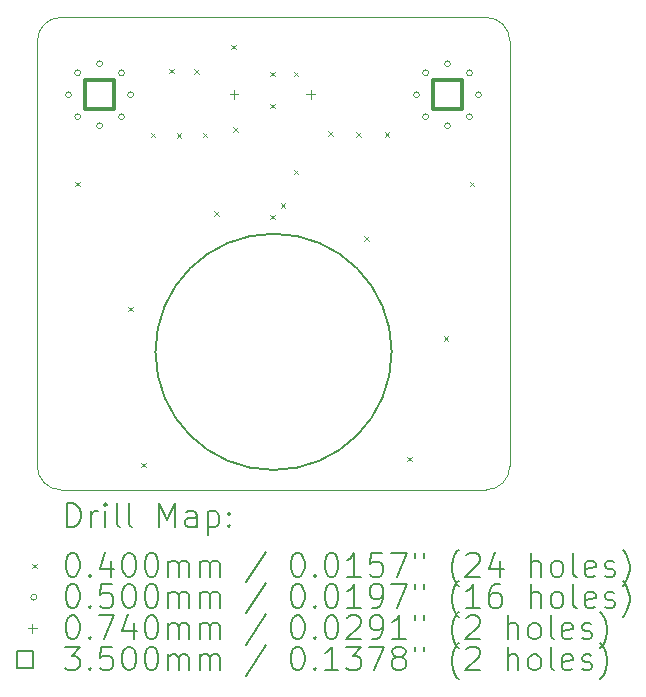
<source format=gbr>
%FSLAX45Y45*%
G04 Gerber Fmt 4.5, Leading zero omitted, Abs format (unit mm)*
G04 Created by KiCad (PCBNEW (6.0.2)) date 2022-09-07 09:28:02*
%MOMM*%
%LPD*%
G01*
G04 APERTURE LIST*
%TA.AperFunction,Profile*%
%ADD10C,0.100000*%
%TD*%
%TA.AperFunction,Profile*%
%ADD11C,0.200000*%
%TD*%
%ADD12C,0.200000*%
%ADD13C,0.040000*%
%ADD14C,0.050000*%
%ADD15C,0.074000*%
%ADD16C,0.350000*%
G04 APERTURE END LIST*
D10*
X-2000000Y4975000D02*
X-2000000Y1375000D01*
D11*
X1000000Y2343017D02*
G75*
G03*
X1000000Y2343017I-1000000J0D01*
G01*
D10*
X-1800000Y5175000D02*
G75*
G03*
X-2000000Y4975000I0J-200000D01*
G01*
X1800000Y1175000D02*
G75*
G03*
X2000000Y1375000I0J200000D01*
G01*
X-2000000Y1375000D02*
G75*
G03*
X-1800000Y1175000I200000J0D01*
G01*
X-1800000Y1175000D02*
X1800000Y1175000D01*
X2000000Y1375000D02*
X2000000Y4975000D01*
X1800000Y5175000D02*
X-1800000Y5175000D01*
X2000000Y4975000D02*
G75*
G03*
X1800000Y5175000I-200000J0D01*
G01*
D12*
D13*
X-1680000Y3785000D02*
X-1640000Y3745000D01*
X-1640000Y3785000D02*
X-1680000Y3745000D01*
X-1230000Y2725000D02*
X-1190000Y2685000D01*
X-1190000Y2725000D02*
X-1230000Y2685000D01*
X-1120000Y1405000D02*
X-1080000Y1365000D01*
X-1080000Y1405000D02*
X-1120000Y1365000D01*
X-1040000Y4200000D02*
X-1000000Y4160000D01*
X-1000000Y4200000D02*
X-1040000Y4160000D01*
X-882500Y4740000D02*
X-842500Y4700000D01*
X-842500Y4740000D02*
X-882500Y4700000D01*
X-820000Y4193750D02*
X-780000Y4153750D01*
X-780000Y4193750D02*
X-820000Y4153750D01*
X-672500Y4733750D02*
X-632500Y4693750D01*
X-632500Y4733750D02*
X-672500Y4693750D01*
X-600000Y4200000D02*
X-560000Y4160000D01*
X-560000Y4200000D02*
X-600000Y4160000D01*
X-500000Y3535000D02*
X-460000Y3495000D01*
X-460000Y3535000D02*
X-500000Y3495000D01*
X-360000Y4945000D02*
X-320000Y4905000D01*
X-320000Y4945000D02*
X-360000Y4905000D01*
X-340000Y4245000D02*
X-300000Y4205000D01*
X-300000Y4245000D02*
X-340000Y4205000D01*
X-30000Y4715000D02*
X10000Y4675000D01*
X10000Y4715000D02*
X-30000Y4675000D01*
X-30000Y4445000D02*
X10000Y4405000D01*
X10000Y4445000D02*
X-30000Y4405000D01*
X-30000Y3505000D02*
X10000Y3465000D01*
X10000Y3505000D02*
X-30000Y3465000D01*
X60000Y3605000D02*
X100000Y3565000D01*
X100000Y3605000D02*
X60000Y3565000D01*
X170000Y4715000D02*
X210000Y4675000D01*
X210000Y4715000D02*
X170000Y4675000D01*
X170000Y3885000D02*
X210000Y3845000D01*
X210000Y3885000D02*
X170000Y3845000D01*
X460000Y4211250D02*
X500000Y4171250D01*
X500000Y4211250D02*
X460000Y4171250D01*
X700000Y4205000D02*
X740000Y4165000D01*
X740000Y4205000D02*
X700000Y4165000D01*
X770000Y3325000D02*
X810000Y3285000D01*
X810000Y3325000D02*
X770000Y3285000D01*
X940000Y4205000D02*
X980000Y4165000D01*
X980000Y4205000D02*
X940000Y4165000D01*
X1130000Y1455000D02*
X1170000Y1415000D01*
X1170000Y1455000D02*
X1130000Y1415000D01*
X1440000Y2475000D02*
X1480000Y2435000D01*
X1480000Y2475000D02*
X1440000Y2435000D01*
X1660000Y3785000D02*
X1700000Y3745000D01*
X1700000Y3785000D02*
X1660000Y3745000D01*
D14*
X-1710500Y4520000D02*
G75*
G03*
X-1710500Y4520000I-25000J0D01*
G01*
X-1633615Y4705616D02*
G75*
G03*
X-1633615Y4705616I-25000J0D01*
G01*
X-1633615Y4334385D02*
G75*
G03*
X-1633615Y4334385I-25000J0D01*
G01*
X-1448000Y4782500D02*
G75*
G03*
X-1448000Y4782500I-25000J0D01*
G01*
X-1448000Y4257500D02*
G75*
G03*
X-1448000Y4257500I-25000J0D01*
G01*
X-1262385Y4705616D02*
G75*
G03*
X-1262385Y4705616I-25000J0D01*
G01*
X-1262385Y4334385D02*
G75*
G03*
X-1262385Y4334385I-25000J0D01*
G01*
X-1185500Y4520000D02*
G75*
G03*
X-1185500Y4520000I-25000J0D01*
G01*
X1235500Y4520000D02*
G75*
G03*
X1235500Y4520000I-25000J0D01*
G01*
X1312385Y4705616D02*
G75*
G03*
X1312385Y4705616I-25000J0D01*
G01*
X1312385Y4334385D02*
G75*
G03*
X1312385Y4334385I-25000J0D01*
G01*
X1498000Y4782500D02*
G75*
G03*
X1498000Y4782500I-25000J0D01*
G01*
X1498000Y4257500D02*
G75*
G03*
X1498000Y4257500I-25000J0D01*
G01*
X1683615Y4705616D02*
G75*
G03*
X1683615Y4705616I-25000J0D01*
G01*
X1683615Y4334385D02*
G75*
G03*
X1683615Y4334385I-25000J0D01*
G01*
X1760500Y4520000D02*
G75*
G03*
X1760500Y4520000I-25000J0D01*
G01*
D15*
X-335000Y4562000D02*
X-335000Y4488000D01*
X-372000Y4525000D02*
X-298000Y4525000D01*
X315000Y4562000D02*
X315000Y4488000D01*
X278000Y4525000D02*
X352000Y4525000D01*
D16*
X-1349255Y4396255D02*
X-1349255Y4643745D01*
X-1596745Y4643745D01*
X-1596745Y4396255D01*
X-1349255Y4396255D01*
X1596745Y4396255D02*
X1596745Y4643745D01*
X1349255Y4643745D01*
X1349255Y4396255D01*
X1596745Y4396255D01*
D12*
X-1747381Y859524D02*
X-1747381Y1059524D01*
X-1699762Y1059524D01*
X-1671190Y1050000D01*
X-1652143Y1030952D01*
X-1642619Y1011905D01*
X-1633095Y973810D01*
X-1633095Y945238D01*
X-1642619Y907143D01*
X-1652143Y888095D01*
X-1671190Y869048D01*
X-1699762Y859524D01*
X-1747381Y859524D01*
X-1547381Y859524D02*
X-1547381Y992857D01*
X-1547381Y954762D02*
X-1537857Y973810D01*
X-1528333Y983333D01*
X-1509286Y992857D01*
X-1490238Y992857D01*
X-1423571Y859524D02*
X-1423571Y992857D01*
X-1423571Y1059524D02*
X-1433095Y1050000D01*
X-1423571Y1040476D01*
X-1414048Y1050000D01*
X-1423571Y1059524D01*
X-1423571Y1040476D01*
X-1299762Y859524D02*
X-1318810Y869048D01*
X-1328333Y888095D01*
X-1328333Y1059524D01*
X-1195000Y859524D02*
X-1214048Y869048D01*
X-1223572Y888095D01*
X-1223572Y1059524D01*
X-966429Y859524D02*
X-966429Y1059524D01*
X-899762Y916667D01*
X-833095Y1059524D01*
X-833095Y859524D01*
X-652143Y859524D02*
X-652143Y964286D01*
X-661667Y983333D01*
X-680714Y992857D01*
X-718810Y992857D01*
X-737857Y983333D01*
X-652143Y869048D02*
X-671191Y859524D01*
X-718810Y859524D01*
X-737857Y869048D01*
X-747381Y888095D01*
X-747381Y907143D01*
X-737857Y926190D01*
X-718810Y935714D01*
X-671191Y935714D01*
X-652143Y945238D01*
X-556905Y992857D02*
X-556905Y792857D01*
X-556905Y983333D02*
X-537857Y992857D01*
X-499762Y992857D01*
X-480714Y983333D01*
X-471190Y973810D01*
X-461667Y954762D01*
X-461667Y897619D01*
X-471190Y878571D01*
X-480714Y869048D01*
X-499762Y859524D01*
X-537857Y859524D01*
X-556905Y869048D01*
X-375952Y878571D02*
X-366429Y869048D01*
X-375952Y859524D01*
X-385476Y869048D01*
X-375952Y878571D01*
X-375952Y859524D01*
X-375952Y983333D02*
X-366429Y973810D01*
X-375952Y964286D01*
X-385476Y973810D01*
X-375952Y983333D01*
X-375952Y964286D01*
D13*
X-2045000Y550000D02*
X-2005000Y510000D01*
X-2005000Y550000D02*
X-2045000Y510000D01*
D12*
X-1709286Y639524D02*
X-1690238Y639524D01*
X-1671190Y630000D01*
X-1661667Y620476D01*
X-1652143Y601429D01*
X-1642619Y563333D01*
X-1642619Y515714D01*
X-1652143Y477619D01*
X-1661667Y458571D01*
X-1671190Y449048D01*
X-1690238Y439524D01*
X-1709286Y439524D01*
X-1728333Y449048D01*
X-1737857Y458571D01*
X-1747381Y477619D01*
X-1756905Y515714D01*
X-1756905Y563333D01*
X-1747381Y601429D01*
X-1737857Y620476D01*
X-1728333Y630000D01*
X-1709286Y639524D01*
X-1556905Y458571D02*
X-1547381Y449048D01*
X-1556905Y439524D01*
X-1566429Y449048D01*
X-1556905Y458571D01*
X-1556905Y439524D01*
X-1375952Y572857D02*
X-1375952Y439524D01*
X-1423571Y649048D02*
X-1471190Y506190D01*
X-1347381Y506190D01*
X-1233095Y639524D02*
X-1214048Y639524D01*
X-1195000Y630000D01*
X-1185476Y620476D01*
X-1175952Y601429D01*
X-1166429Y563333D01*
X-1166429Y515714D01*
X-1175952Y477619D01*
X-1185476Y458571D01*
X-1195000Y449048D01*
X-1214048Y439524D01*
X-1233095Y439524D01*
X-1252143Y449048D01*
X-1261667Y458571D01*
X-1271191Y477619D01*
X-1280714Y515714D01*
X-1280714Y563333D01*
X-1271191Y601429D01*
X-1261667Y620476D01*
X-1252143Y630000D01*
X-1233095Y639524D01*
X-1042619Y639524D02*
X-1023571Y639524D01*
X-1004524Y630000D01*
X-995000Y620476D01*
X-985476Y601429D01*
X-975952Y563333D01*
X-975952Y515714D01*
X-985476Y477619D01*
X-995000Y458571D01*
X-1004524Y449048D01*
X-1023571Y439524D01*
X-1042619Y439524D01*
X-1061667Y449048D01*
X-1071191Y458571D01*
X-1080714Y477619D01*
X-1090238Y515714D01*
X-1090238Y563333D01*
X-1080714Y601429D01*
X-1071191Y620476D01*
X-1061667Y630000D01*
X-1042619Y639524D01*
X-890238Y439524D02*
X-890238Y572857D01*
X-890238Y553810D02*
X-880714Y563333D01*
X-861667Y572857D01*
X-833095Y572857D01*
X-814048Y563333D01*
X-804524Y544286D01*
X-804524Y439524D01*
X-804524Y544286D02*
X-795000Y563333D01*
X-775952Y572857D01*
X-747381Y572857D01*
X-728333Y563333D01*
X-718810Y544286D01*
X-718810Y439524D01*
X-623572Y439524D02*
X-623572Y572857D01*
X-623572Y553810D02*
X-614048Y563333D01*
X-595000Y572857D01*
X-566429Y572857D01*
X-547381Y563333D01*
X-537857Y544286D01*
X-537857Y439524D01*
X-537857Y544286D02*
X-528333Y563333D01*
X-509286Y572857D01*
X-480714Y572857D01*
X-461667Y563333D01*
X-452143Y544286D01*
X-452143Y439524D01*
X-61667Y649048D02*
X-233095Y391905D01*
X195476Y639524D02*
X214524Y639524D01*
X233571Y630000D01*
X243095Y620476D01*
X252619Y601429D01*
X262143Y563333D01*
X262143Y515714D01*
X252619Y477619D01*
X243095Y458571D01*
X233571Y449048D01*
X214524Y439524D01*
X195476Y439524D01*
X176428Y449048D01*
X166905Y458571D01*
X157381Y477619D01*
X147857Y515714D01*
X147857Y563333D01*
X157381Y601429D01*
X166905Y620476D01*
X176428Y630000D01*
X195476Y639524D01*
X347857Y458571D02*
X357381Y449048D01*
X347857Y439524D01*
X338333Y449048D01*
X347857Y458571D01*
X347857Y439524D01*
X481190Y639524D02*
X500238Y639524D01*
X519286Y630000D01*
X528810Y620476D01*
X538333Y601429D01*
X547857Y563333D01*
X547857Y515714D01*
X538333Y477619D01*
X528810Y458571D01*
X519286Y449048D01*
X500238Y439524D01*
X481190Y439524D01*
X462143Y449048D01*
X452619Y458571D01*
X443095Y477619D01*
X433571Y515714D01*
X433571Y563333D01*
X443095Y601429D01*
X452619Y620476D01*
X462143Y630000D01*
X481190Y639524D01*
X738333Y439524D02*
X624048Y439524D01*
X681190Y439524D02*
X681190Y639524D01*
X662143Y610952D01*
X643095Y591905D01*
X624048Y582381D01*
X919286Y639524D02*
X824048Y639524D01*
X814524Y544286D01*
X824048Y553810D01*
X843095Y563333D01*
X890714Y563333D01*
X909762Y553810D01*
X919286Y544286D01*
X928809Y525238D01*
X928809Y477619D01*
X919286Y458571D01*
X909762Y449048D01*
X890714Y439524D01*
X843095Y439524D01*
X824048Y449048D01*
X814524Y458571D01*
X995476Y639524D02*
X1128810Y639524D01*
X1043095Y439524D01*
X1195476Y639524D02*
X1195476Y601429D01*
X1271667Y639524D02*
X1271667Y601429D01*
X1566905Y363333D02*
X1557381Y372857D01*
X1538333Y401429D01*
X1528809Y420476D01*
X1519286Y449048D01*
X1509762Y496667D01*
X1509762Y534762D01*
X1519286Y582381D01*
X1528809Y610952D01*
X1538333Y630000D01*
X1557381Y658572D01*
X1566905Y668095D01*
X1633571Y620476D02*
X1643095Y630000D01*
X1662143Y639524D01*
X1709762Y639524D01*
X1728809Y630000D01*
X1738333Y620476D01*
X1747857Y601429D01*
X1747857Y582381D01*
X1738333Y553810D01*
X1624048Y439524D01*
X1747857Y439524D01*
X1919286Y572857D02*
X1919286Y439524D01*
X1871667Y649048D02*
X1824048Y506190D01*
X1947857Y506190D01*
X2176429Y439524D02*
X2176429Y639524D01*
X2262143Y439524D02*
X2262143Y544286D01*
X2252619Y563333D01*
X2233571Y572857D01*
X2205000Y572857D01*
X2185952Y563333D01*
X2176429Y553810D01*
X2385952Y439524D02*
X2366905Y449048D01*
X2357381Y458571D01*
X2347857Y477619D01*
X2347857Y534762D01*
X2357381Y553810D01*
X2366905Y563333D01*
X2385952Y572857D01*
X2414524Y572857D01*
X2433571Y563333D01*
X2443095Y553810D01*
X2452619Y534762D01*
X2452619Y477619D01*
X2443095Y458571D01*
X2433571Y449048D01*
X2414524Y439524D01*
X2385952Y439524D01*
X2566905Y439524D02*
X2547857Y449048D01*
X2538333Y468095D01*
X2538333Y639524D01*
X2719286Y449048D02*
X2700238Y439524D01*
X2662143Y439524D01*
X2643095Y449048D01*
X2633571Y468095D01*
X2633571Y544286D01*
X2643095Y563333D01*
X2662143Y572857D01*
X2700238Y572857D01*
X2719286Y563333D01*
X2728810Y544286D01*
X2728810Y525238D01*
X2633571Y506190D01*
X2805000Y449048D02*
X2824048Y439524D01*
X2862143Y439524D01*
X2881190Y449048D01*
X2890714Y468095D01*
X2890714Y477619D01*
X2881190Y496667D01*
X2862143Y506190D01*
X2833571Y506190D01*
X2814524Y515714D01*
X2805000Y534762D01*
X2805000Y544286D01*
X2814524Y563333D01*
X2833571Y572857D01*
X2862143Y572857D01*
X2881190Y563333D01*
X2957381Y363333D02*
X2966905Y372857D01*
X2985952Y401429D01*
X2995476Y420476D01*
X3005000Y449048D01*
X3014524Y496667D01*
X3014524Y534762D01*
X3005000Y582381D01*
X2995476Y610952D01*
X2985952Y630000D01*
X2966905Y658572D01*
X2957381Y668095D01*
D14*
X-2005000Y266000D02*
G75*
G03*
X-2005000Y266000I-25000J0D01*
G01*
D12*
X-1709286Y375524D02*
X-1690238Y375524D01*
X-1671190Y366000D01*
X-1661667Y356476D01*
X-1652143Y337429D01*
X-1642619Y299333D01*
X-1642619Y251714D01*
X-1652143Y213619D01*
X-1661667Y194571D01*
X-1671190Y185048D01*
X-1690238Y175524D01*
X-1709286Y175524D01*
X-1728333Y185048D01*
X-1737857Y194571D01*
X-1747381Y213619D01*
X-1756905Y251714D01*
X-1756905Y299333D01*
X-1747381Y337429D01*
X-1737857Y356476D01*
X-1728333Y366000D01*
X-1709286Y375524D01*
X-1556905Y194571D02*
X-1547381Y185048D01*
X-1556905Y175524D01*
X-1566429Y185048D01*
X-1556905Y194571D01*
X-1556905Y175524D01*
X-1366429Y375524D02*
X-1461667Y375524D01*
X-1471190Y280286D01*
X-1461667Y289810D01*
X-1442619Y299333D01*
X-1395000Y299333D01*
X-1375952Y289810D01*
X-1366429Y280286D01*
X-1356905Y261238D01*
X-1356905Y213619D01*
X-1366429Y194571D01*
X-1375952Y185048D01*
X-1395000Y175524D01*
X-1442619Y175524D01*
X-1461667Y185048D01*
X-1471190Y194571D01*
X-1233095Y375524D02*
X-1214048Y375524D01*
X-1195000Y366000D01*
X-1185476Y356476D01*
X-1175952Y337429D01*
X-1166429Y299333D01*
X-1166429Y251714D01*
X-1175952Y213619D01*
X-1185476Y194571D01*
X-1195000Y185048D01*
X-1214048Y175524D01*
X-1233095Y175524D01*
X-1252143Y185048D01*
X-1261667Y194571D01*
X-1271191Y213619D01*
X-1280714Y251714D01*
X-1280714Y299333D01*
X-1271191Y337429D01*
X-1261667Y356476D01*
X-1252143Y366000D01*
X-1233095Y375524D01*
X-1042619Y375524D02*
X-1023571Y375524D01*
X-1004524Y366000D01*
X-995000Y356476D01*
X-985476Y337429D01*
X-975952Y299333D01*
X-975952Y251714D01*
X-985476Y213619D01*
X-995000Y194571D01*
X-1004524Y185048D01*
X-1023571Y175524D01*
X-1042619Y175524D01*
X-1061667Y185048D01*
X-1071191Y194571D01*
X-1080714Y213619D01*
X-1090238Y251714D01*
X-1090238Y299333D01*
X-1080714Y337429D01*
X-1071191Y356476D01*
X-1061667Y366000D01*
X-1042619Y375524D01*
X-890238Y175524D02*
X-890238Y308857D01*
X-890238Y289810D02*
X-880714Y299333D01*
X-861667Y308857D01*
X-833095Y308857D01*
X-814048Y299333D01*
X-804524Y280286D01*
X-804524Y175524D01*
X-804524Y280286D02*
X-795000Y299333D01*
X-775952Y308857D01*
X-747381Y308857D01*
X-728333Y299333D01*
X-718810Y280286D01*
X-718810Y175524D01*
X-623572Y175524D02*
X-623572Y308857D01*
X-623572Y289810D02*
X-614048Y299333D01*
X-595000Y308857D01*
X-566429Y308857D01*
X-547381Y299333D01*
X-537857Y280286D01*
X-537857Y175524D01*
X-537857Y280286D02*
X-528333Y299333D01*
X-509286Y308857D01*
X-480714Y308857D01*
X-461667Y299333D01*
X-452143Y280286D01*
X-452143Y175524D01*
X-61667Y385048D02*
X-233095Y127905D01*
X195476Y375524D02*
X214524Y375524D01*
X233571Y366000D01*
X243095Y356476D01*
X252619Y337429D01*
X262143Y299333D01*
X262143Y251714D01*
X252619Y213619D01*
X243095Y194571D01*
X233571Y185048D01*
X214524Y175524D01*
X195476Y175524D01*
X176428Y185048D01*
X166905Y194571D01*
X157381Y213619D01*
X147857Y251714D01*
X147857Y299333D01*
X157381Y337429D01*
X166905Y356476D01*
X176428Y366000D01*
X195476Y375524D01*
X347857Y194571D02*
X357381Y185048D01*
X347857Y175524D01*
X338333Y185048D01*
X347857Y194571D01*
X347857Y175524D01*
X481190Y375524D02*
X500238Y375524D01*
X519286Y366000D01*
X528810Y356476D01*
X538333Y337429D01*
X547857Y299333D01*
X547857Y251714D01*
X538333Y213619D01*
X528810Y194571D01*
X519286Y185048D01*
X500238Y175524D01*
X481190Y175524D01*
X462143Y185048D01*
X452619Y194571D01*
X443095Y213619D01*
X433571Y251714D01*
X433571Y299333D01*
X443095Y337429D01*
X452619Y356476D01*
X462143Y366000D01*
X481190Y375524D01*
X738333Y175524D02*
X624048Y175524D01*
X681190Y175524D02*
X681190Y375524D01*
X662143Y346952D01*
X643095Y327905D01*
X624048Y318381D01*
X833571Y175524D02*
X871667Y175524D01*
X890714Y185048D01*
X900238Y194571D01*
X919286Y223143D01*
X928809Y261238D01*
X928809Y337429D01*
X919286Y356476D01*
X909762Y366000D01*
X890714Y375524D01*
X852619Y375524D01*
X833571Y366000D01*
X824048Y356476D01*
X814524Y337429D01*
X814524Y289810D01*
X824048Y270762D01*
X833571Y261238D01*
X852619Y251714D01*
X890714Y251714D01*
X909762Y261238D01*
X919286Y270762D01*
X928809Y289810D01*
X995476Y375524D02*
X1128810Y375524D01*
X1043095Y175524D01*
X1195476Y375524D02*
X1195476Y337429D01*
X1271667Y375524D02*
X1271667Y337429D01*
X1566905Y99333D02*
X1557381Y108857D01*
X1538333Y137429D01*
X1528809Y156476D01*
X1519286Y185048D01*
X1509762Y232667D01*
X1509762Y270762D01*
X1519286Y318381D01*
X1528809Y346952D01*
X1538333Y366000D01*
X1557381Y394571D01*
X1566905Y404095D01*
X1747857Y175524D02*
X1633571Y175524D01*
X1690714Y175524D02*
X1690714Y375524D01*
X1671667Y346952D01*
X1652619Y327905D01*
X1633571Y318381D01*
X1919286Y375524D02*
X1881190Y375524D01*
X1862143Y366000D01*
X1852619Y356476D01*
X1833571Y327905D01*
X1824048Y289810D01*
X1824048Y213619D01*
X1833571Y194571D01*
X1843095Y185048D01*
X1862143Y175524D01*
X1900238Y175524D01*
X1919286Y185048D01*
X1928809Y194571D01*
X1938333Y213619D01*
X1938333Y261238D01*
X1928809Y280286D01*
X1919286Y289810D01*
X1900238Y299333D01*
X1862143Y299333D01*
X1843095Y289810D01*
X1833571Y280286D01*
X1824048Y261238D01*
X2176429Y175524D02*
X2176429Y375524D01*
X2262143Y175524D02*
X2262143Y280286D01*
X2252619Y299333D01*
X2233571Y308857D01*
X2205000Y308857D01*
X2185952Y299333D01*
X2176429Y289810D01*
X2385952Y175524D02*
X2366905Y185048D01*
X2357381Y194571D01*
X2347857Y213619D01*
X2347857Y270762D01*
X2357381Y289810D01*
X2366905Y299333D01*
X2385952Y308857D01*
X2414524Y308857D01*
X2433571Y299333D01*
X2443095Y289810D01*
X2452619Y270762D01*
X2452619Y213619D01*
X2443095Y194571D01*
X2433571Y185048D01*
X2414524Y175524D01*
X2385952Y175524D01*
X2566905Y175524D02*
X2547857Y185048D01*
X2538333Y204095D01*
X2538333Y375524D01*
X2719286Y185048D02*
X2700238Y175524D01*
X2662143Y175524D01*
X2643095Y185048D01*
X2633571Y204095D01*
X2633571Y280286D01*
X2643095Y299333D01*
X2662143Y308857D01*
X2700238Y308857D01*
X2719286Y299333D01*
X2728810Y280286D01*
X2728810Y261238D01*
X2633571Y242190D01*
X2805000Y185048D02*
X2824048Y175524D01*
X2862143Y175524D01*
X2881190Y185048D01*
X2890714Y204095D01*
X2890714Y213619D01*
X2881190Y232667D01*
X2862143Y242190D01*
X2833571Y242190D01*
X2814524Y251714D01*
X2805000Y270762D01*
X2805000Y280286D01*
X2814524Y299333D01*
X2833571Y308857D01*
X2862143Y308857D01*
X2881190Y299333D01*
X2957381Y99333D02*
X2966905Y108857D01*
X2985952Y137429D01*
X2995476Y156476D01*
X3005000Y185048D01*
X3014524Y232667D01*
X3014524Y270762D01*
X3005000Y318381D01*
X2995476Y346952D01*
X2985952Y366000D01*
X2966905Y394571D01*
X2957381Y404095D01*
D15*
X-2042000Y39000D02*
X-2042000Y-35000D01*
X-2079000Y2000D02*
X-2005000Y2000D01*
D12*
X-1709286Y111524D02*
X-1690238Y111524D01*
X-1671190Y102000D01*
X-1661667Y92476D01*
X-1652143Y73429D01*
X-1642619Y35333D01*
X-1642619Y-12286D01*
X-1652143Y-50381D01*
X-1661667Y-69429D01*
X-1671190Y-78952D01*
X-1690238Y-88476D01*
X-1709286Y-88476D01*
X-1728333Y-78952D01*
X-1737857Y-69429D01*
X-1747381Y-50381D01*
X-1756905Y-12286D01*
X-1756905Y35333D01*
X-1747381Y73429D01*
X-1737857Y92476D01*
X-1728333Y102000D01*
X-1709286Y111524D01*
X-1556905Y-69429D02*
X-1547381Y-78952D01*
X-1556905Y-88476D01*
X-1566429Y-78952D01*
X-1556905Y-69429D01*
X-1556905Y-88476D01*
X-1480714Y111524D02*
X-1347381Y111524D01*
X-1433095Y-88476D01*
X-1185476Y44857D02*
X-1185476Y-88476D01*
X-1233095Y121048D02*
X-1280714Y-21810D01*
X-1156905Y-21810D01*
X-1042619Y111524D02*
X-1023571Y111524D01*
X-1004524Y102000D01*
X-995000Y92476D01*
X-985476Y73429D01*
X-975952Y35333D01*
X-975952Y-12286D01*
X-985476Y-50381D01*
X-995000Y-69429D01*
X-1004524Y-78952D01*
X-1023571Y-88476D01*
X-1042619Y-88476D01*
X-1061667Y-78952D01*
X-1071191Y-69429D01*
X-1080714Y-50381D01*
X-1090238Y-12286D01*
X-1090238Y35333D01*
X-1080714Y73429D01*
X-1071191Y92476D01*
X-1061667Y102000D01*
X-1042619Y111524D01*
X-890238Y-88476D02*
X-890238Y44857D01*
X-890238Y25810D02*
X-880714Y35333D01*
X-861667Y44857D01*
X-833095Y44857D01*
X-814048Y35333D01*
X-804524Y16286D01*
X-804524Y-88476D01*
X-804524Y16286D02*
X-795000Y35333D01*
X-775952Y44857D01*
X-747381Y44857D01*
X-728333Y35333D01*
X-718810Y16286D01*
X-718810Y-88476D01*
X-623572Y-88476D02*
X-623572Y44857D01*
X-623572Y25810D02*
X-614048Y35333D01*
X-595000Y44857D01*
X-566429Y44857D01*
X-547381Y35333D01*
X-537857Y16286D01*
X-537857Y-88476D01*
X-537857Y16286D02*
X-528333Y35333D01*
X-509286Y44857D01*
X-480714Y44857D01*
X-461667Y35333D01*
X-452143Y16286D01*
X-452143Y-88476D01*
X-61667Y121048D02*
X-233095Y-136095D01*
X195476Y111524D02*
X214524Y111524D01*
X233571Y102000D01*
X243095Y92476D01*
X252619Y73429D01*
X262143Y35333D01*
X262143Y-12286D01*
X252619Y-50381D01*
X243095Y-69429D01*
X233571Y-78952D01*
X214524Y-88476D01*
X195476Y-88476D01*
X176428Y-78952D01*
X166905Y-69429D01*
X157381Y-50381D01*
X147857Y-12286D01*
X147857Y35333D01*
X157381Y73429D01*
X166905Y92476D01*
X176428Y102000D01*
X195476Y111524D01*
X347857Y-69429D02*
X357381Y-78952D01*
X347857Y-88476D01*
X338333Y-78952D01*
X347857Y-69429D01*
X347857Y-88476D01*
X481190Y111524D02*
X500238Y111524D01*
X519286Y102000D01*
X528810Y92476D01*
X538333Y73429D01*
X547857Y35333D01*
X547857Y-12286D01*
X538333Y-50381D01*
X528810Y-69429D01*
X519286Y-78952D01*
X500238Y-88476D01*
X481190Y-88476D01*
X462143Y-78952D01*
X452619Y-69429D01*
X443095Y-50381D01*
X433571Y-12286D01*
X433571Y35333D01*
X443095Y73429D01*
X452619Y92476D01*
X462143Y102000D01*
X481190Y111524D01*
X624048Y92476D02*
X633571Y102000D01*
X652619Y111524D01*
X700238Y111524D01*
X719286Y102000D01*
X728809Y92476D01*
X738333Y73429D01*
X738333Y54381D01*
X728809Y25810D01*
X614524Y-88476D01*
X738333Y-88476D01*
X833571Y-88476D02*
X871667Y-88476D01*
X890714Y-78952D01*
X900238Y-69429D01*
X919286Y-40857D01*
X928809Y-2762D01*
X928809Y73429D01*
X919286Y92476D01*
X909762Y102000D01*
X890714Y111524D01*
X852619Y111524D01*
X833571Y102000D01*
X824048Y92476D01*
X814524Y73429D01*
X814524Y25810D01*
X824048Y6762D01*
X833571Y-2762D01*
X852619Y-12286D01*
X890714Y-12286D01*
X909762Y-2762D01*
X919286Y6762D01*
X928809Y25810D01*
X1119286Y-88476D02*
X1005000Y-88476D01*
X1062143Y-88476D02*
X1062143Y111524D01*
X1043095Y82952D01*
X1024048Y63905D01*
X1005000Y54381D01*
X1195476Y111524D02*
X1195476Y73429D01*
X1271667Y111524D02*
X1271667Y73429D01*
X1566905Y-164667D02*
X1557381Y-155143D01*
X1538333Y-126571D01*
X1528809Y-107524D01*
X1519286Y-78952D01*
X1509762Y-31333D01*
X1509762Y6762D01*
X1519286Y54381D01*
X1528809Y82952D01*
X1538333Y102000D01*
X1557381Y130571D01*
X1566905Y140095D01*
X1633571Y92476D02*
X1643095Y102000D01*
X1662143Y111524D01*
X1709762Y111524D01*
X1728809Y102000D01*
X1738333Y92476D01*
X1747857Y73429D01*
X1747857Y54381D01*
X1738333Y25810D01*
X1624048Y-88476D01*
X1747857Y-88476D01*
X1985952Y-88476D02*
X1985952Y111524D01*
X2071667Y-88476D02*
X2071667Y16286D01*
X2062143Y35333D01*
X2043095Y44857D01*
X2014524Y44857D01*
X1995476Y35333D01*
X1985952Y25810D01*
X2195476Y-88476D02*
X2176429Y-78952D01*
X2166905Y-69429D01*
X2157381Y-50381D01*
X2157381Y6762D01*
X2166905Y25810D01*
X2176429Y35333D01*
X2195476Y44857D01*
X2224048Y44857D01*
X2243095Y35333D01*
X2252619Y25810D01*
X2262143Y6762D01*
X2262143Y-50381D01*
X2252619Y-69429D01*
X2243095Y-78952D01*
X2224048Y-88476D01*
X2195476Y-88476D01*
X2376429Y-88476D02*
X2357381Y-78952D01*
X2347857Y-59905D01*
X2347857Y111524D01*
X2528810Y-78952D02*
X2509762Y-88476D01*
X2471667Y-88476D01*
X2452619Y-78952D01*
X2443095Y-59905D01*
X2443095Y16286D01*
X2452619Y35333D01*
X2471667Y44857D01*
X2509762Y44857D01*
X2528810Y35333D01*
X2538333Y16286D01*
X2538333Y-2762D01*
X2443095Y-21810D01*
X2614524Y-78952D02*
X2633571Y-88476D01*
X2671667Y-88476D01*
X2690714Y-78952D01*
X2700238Y-59905D01*
X2700238Y-50381D01*
X2690714Y-31333D01*
X2671667Y-21810D01*
X2643095Y-21810D01*
X2624048Y-12286D01*
X2614524Y6762D01*
X2614524Y16286D01*
X2624048Y35333D01*
X2643095Y44857D01*
X2671667Y44857D01*
X2690714Y35333D01*
X2766905Y-164667D02*
X2776429Y-155143D01*
X2795476Y-126571D01*
X2805000Y-107524D01*
X2814524Y-78952D01*
X2824048Y-31333D01*
X2824048Y6762D01*
X2814524Y54381D01*
X2805000Y82952D01*
X2795476Y102000D01*
X2776429Y130571D01*
X2766905Y140095D01*
X-2034289Y-332711D02*
X-2034289Y-191289D01*
X-2175711Y-191289D01*
X-2175711Y-332711D01*
X-2034289Y-332711D01*
X-1766429Y-152476D02*
X-1642619Y-152476D01*
X-1709286Y-228667D01*
X-1680714Y-228667D01*
X-1661667Y-238190D01*
X-1652143Y-247714D01*
X-1642619Y-266762D01*
X-1642619Y-314381D01*
X-1652143Y-333429D01*
X-1661667Y-342952D01*
X-1680714Y-352476D01*
X-1737857Y-352476D01*
X-1756905Y-342952D01*
X-1766429Y-333429D01*
X-1556905Y-333429D02*
X-1547381Y-342952D01*
X-1556905Y-352476D01*
X-1566429Y-342952D01*
X-1556905Y-333429D01*
X-1556905Y-352476D01*
X-1366429Y-152476D02*
X-1461667Y-152476D01*
X-1471190Y-247714D01*
X-1461667Y-238190D01*
X-1442619Y-228667D01*
X-1395000Y-228667D01*
X-1375952Y-238190D01*
X-1366429Y-247714D01*
X-1356905Y-266762D01*
X-1356905Y-314381D01*
X-1366429Y-333429D01*
X-1375952Y-342952D01*
X-1395000Y-352476D01*
X-1442619Y-352476D01*
X-1461667Y-342952D01*
X-1471190Y-333429D01*
X-1233095Y-152476D02*
X-1214048Y-152476D01*
X-1195000Y-162000D01*
X-1185476Y-171524D01*
X-1175952Y-190571D01*
X-1166429Y-228667D01*
X-1166429Y-276286D01*
X-1175952Y-314381D01*
X-1185476Y-333429D01*
X-1195000Y-342952D01*
X-1214048Y-352476D01*
X-1233095Y-352476D01*
X-1252143Y-342952D01*
X-1261667Y-333429D01*
X-1271191Y-314381D01*
X-1280714Y-276286D01*
X-1280714Y-228667D01*
X-1271191Y-190571D01*
X-1261667Y-171524D01*
X-1252143Y-162000D01*
X-1233095Y-152476D01*
X-1042619Y-152476D02*
X-1023571Y-152476D01*
X-1004524Y-162000D01*
X-995000Y-171524D01*
X-985476Y-190571D01*
X-975952Y-228667D01*
X-975952Y-276286D01*
X-985476Y-314381D01*
X-995000Y-333429D01*
X-1004524Y-342952D01*
X-1023571Y-352476D01*
X-1042619Y-352476D01*
X-1061667Y-342952D01*
X-1071191Y-333429D01*
X-1080714Y-314381D01*
X-1090238Y-276286D01*
X-1090238Y-228667D01*
X-1080714Y-190571D01*
X-1071191Y-171524D01*
X-1061667Y-162000D01*
X-1042619Y-152476D01*
X-890238Y-352476D02*
X-890238Y-219143D01*
X-890238Y-238190D02*
X-880714Y-228667D01*
X-861667Y-219143D01*
X-833095Y-219143D01*
X-814048Y-228667D01*
X-804524Y-247714D01*
X-804524Y-352476D01*
X-804524Y-247714D02*
X-795000Y-228667D01*
X-775952Y-219143D01*
X-747381Y-219143D01*
X-728333Y-228667D01*
X-718810Y-247714D01*
X-718810Y-352476D01*
X-623572Y-352476D02*
X-623572Y-219143D01*
X-623572Y-238190D02*
X-614048Y-228667D01*
X-595000Y-219143D01*
X-566429Y-219143D01*
X-547381Y-228667D01*
X-537857Y-247714D01*
X-537857Y-352476D01*
X-537857Y-247714D02*
X-528333Y-228667D01*
X-509286Y-219143D01*
X-480714Y-219143D01*
X-461667Y-228667D01*
X-452143Y-247714D01*
X-452143Y-352476D01*
X-61667Y-142952D02*
X-233095Y-400095D01*
X195476Y-152476D02*
X214524Y-152476D01*
X233571Y-162000D01*
X243095Y-171524D01*
X252619Y-190571D01*
X262143Y-228667D01*
X262143Y-276286D01*
X252619Y-314381D01*
X243095Y-333429D01*
X233571Y-342952D01*
X214524Y-352476D01*
X195476Y-352476D01*
X176428Y-342952D01*
X166905Y-333429D01*
X157381Y-314381D01*
X147857Y-276286D01*
X147857Y-228667D01*
X157381Y-190571D01*
X166905Y-171524D01*
X176428Y-162000D01*
X195476Y-152476D01*
X347857Y-333429D02*
X357381Y-342952D01*
X347857Y-352476D01*
X338333Y-342952D01*
X347857Y-333429D01*
X347857Y-352476D01*
X547857Y-352476D02*
X433571Y-352476D01*
X490714Y-352476D02*
X490714Y-152476D01*
X471667Y-181048D01*
X452619Y-200095D01*
X433571Y-209619D01*
X614524Y-152476D02*
X738333Y-152476D01*
X671667Y-228667D01*
X700238Y-228667D01*
X719286Y-238190D01*
X728809Y-247714D01*
X738333Y-266762D01*
X738333Y-314381D01*
X728809Y-333429D01*
X719286Y-342952D01*
X700238Y-352476D01*
X643095Y-352476D01*
X624048Y-342952D01*
X614524Y-333429D01*
X805000Y-152476D02*
X938333Y-152476D01*
X852619Y-352476D01*
X1043095Y-238190D02*
X1024048Y-228667D01*
X1014524Y-219143D01*
X1005000Y-200095D01*
X1005000Y-190571D01*
X1014524Y-171524D01*
X1024048Y-162000D01*
X1043095Y-152476D01*
X1081190Y-152476D01*
X1100238Y-162000D01*
X1109762Y-171524D01*
X1119286Y-190571D01*
X1119286Y-200095D01*
X1109762Y-219143D01*
X1100238Y-228667D01*
X1081190Y-238190D01*
X1043095Y-238190D01*
X1024048Y-247714D01*
X1014524Y-257238D01*
X1005000Y-276286D01*
X1005000Y-314381D01*
X1014524Y-333429D01*
X1024048Y-342952D01*
X1043095Y-352476D01*
X1081190Y-352476D01*
X1100238Y-342952D01*
X1109762Y-333429D01*
X1119286Y-314381D01*
X1119286Y-276286D01*
X1109762Y-257238D01*
X1100238Y-247714D01*
X1081190Y-238190D01*
X1195476Y-152476D02*
X1195476Y-190571D01*
X1271667Y-152476D02*
X1271667Y-190571D01*
X1566905Y-428667D02*
X1557381Y-419143D01*
X1538333Y-390571D01*
X1528809Y-371524D01*
X1519286Y-342952D01*
X1509762Y-295333D01*
X1509762Y-257238D01*
X1519286Y-209619D01*
X1528809Y-181048D01*
X1538333Y-162000D01*
X1557381Y-133429D01*
X1566905Y-123905D01*
X1633571Y-171524D02*
X1643095Y-162000D01*
X1662143Y-152476D01*
X1709762Y-152476D01*
X1728809Y-162000D01*
X1738333Y-171524D01*
X1747857Y-190571D01*
X1747857Y-209619D01*
X1738333Y-238190D01*
X1624048Y-352476D01*
X1747857Y-352476D01*
X1985952Y-352476D02*
X1985952Y-152476D01*
X2071667Y-352476D02*
X2071667Y-247714D01*
X2062143Y-228667D01*
X2043095Y-219143D01*
X2014524Y-219143D01*
X1995476Y-228667D01*
X1985952Y-238190D01*
X2195476Y-352476D02*
X2176429Y-342952D01*
X2166905Y-333429D01*
X2157381Y-314381D01*
X2157381Y-257238D01*
X2166905Y-238190D01*
X2176429Y-228667D01*
X2195476Y-219143D01*
X2224048Y-219143D01*
X2243095Y-228667D01*
X2252619Y-238190D01*
X2262143Y-257238D01*
X2262143Y-314381D01*
X2252619Y-333429D01*
X2243095Y-342952D01*
X2224048Y-352476D01*
X2195476Y-352476D01*
X2376429Y-352476D02*
X2357381Y-342952D01*
X2347857Y-323905D01*
X2347857Y-152476D01*
X2528810Y-342952D02*
X2509762Y-352476D01*
X2471667Y-352476D01*
X2452619Y-342952D01*
X2443095Y-323905D01*
X2443095Y-247714D01*
X2452619Y-228667D01*
X2471667Y-219143D01*
X2509762Y-219143D01*
X2528810Y-228667D01*
X2538333Y-247714D01*
X2538333Y-266762D01*
X2443095Y-285810D01*
X2614524Y-342952D02*
X2633571Y-352476D01*
X2671667Y-352476D01*
X2690714Y-342952D01*
X2700238Y-323905D01*
X2700238Y-314381D01*
X2690714Y-295333D01*
X2671667Y-285810D01*
X2643095Y-285810D01*
X2624048Y-276286D01*
X2614524Y-257238D01*
X2614524Y-247714D01*
X2624048Y-228667D01*
X2643095Y-219143D01*
X2671667Y-219143D01*
X2690714Y-228667D01*
X2766905Y-428667D02*
X2776429Y-419143D01*
X2795476Y-390571D01*
X2805000Y-371524D01*
X2814524Y-342952D01*
X2824048Y-295333D01*
X2824048Y-257238D01*
X2814524Y-209619D01*
X2805000Y-181048D01*
X2795476Y-162000D01*
X2776429Y-133429D01*
X2766905Y-123905D01*
M02*

</source>
